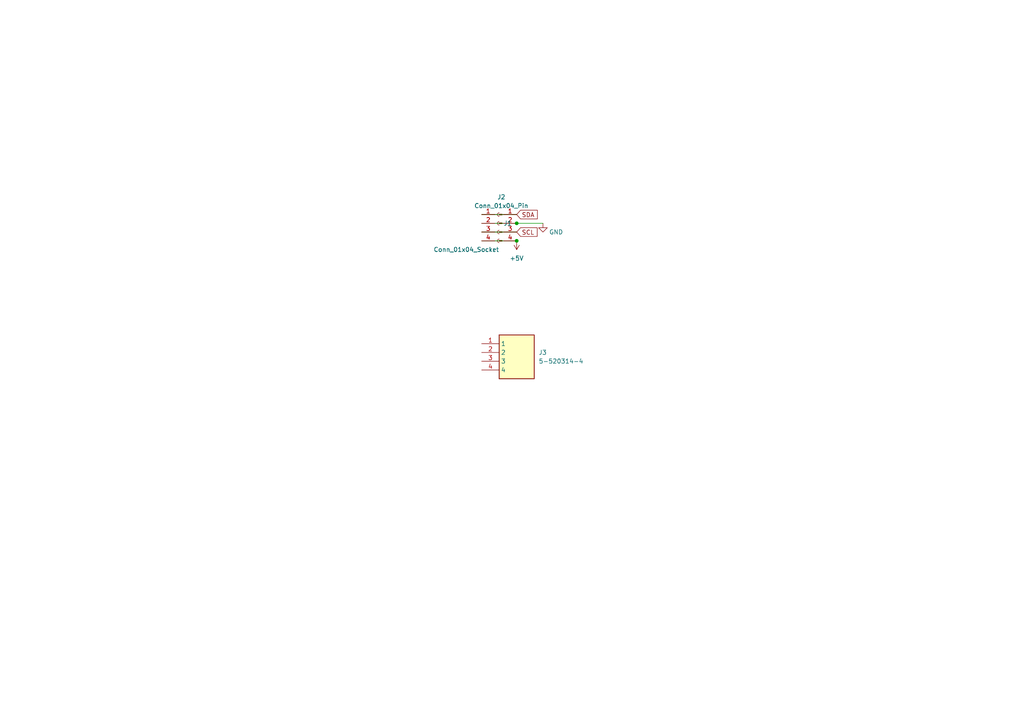
<source format=kicad_sch>
(kicad_sch (version 20231120) (generator "eeschema") (generator_version "8.0")
  (paper "A4")
  (lib_symbols
    (symbol "Connector:Conn_01x04_Pin" (pin_names (offset 1.016) hide)
      (property "Reference" "J" (at 0 5.08 0))
      (property "Value" "Conn_01x04_Pin" (at 0 -7.62 0))
      (symbol "Conn_01x04_Pin_1_1"
        (polyline (pts (xy 1.27 -5.08) (xy 0.8636 -5.08)) (stroke (width 0.1524)))
        (polyline (pts (xy 1.27 -2.54) (xy 0.8636 -2.54)) (stroke (width 0.1524)))
        (polyline (pts (xy 1.27 0) (xy 0.8636 0)) (stroke (width 0.1524)))
        (polyline (pts (xy 1.27 2.54) (xy 0.8636 2.54)) (stroke (width 0.1524)))
        (rectangle (start 0.8636 -4.953) (end 0 -5.207) (stroke (width 0.1524)) (fill (type outline)))
        (rectangle (start 0.8636 -2.413) (end 0 -2.667) (stroke (width 0.1524)) (fill (type outline)))
        (rectangle (start 0.8636 0.127) (end 0 -0.127) (stroke (width 0.1524)) (fill (type outline)))
        (rectangle (start 0.8636 2.667) (end 0 2.413) (stroke (width 0.1524)) (fill (type outline)))
        (pin passive line (at 5.08 2.54 180) (length 3.81) (name "Pin_1") (number "1"))
        (pin passive line (at 5.08 0 180) (length 3.81) (name "Pin_2") (number "2"))
        (pin passive line (at 5.08 -2.54 180) (length 3.81) (name "Pin_3") (number "3"))
        (pin passive line (at 5.08 -5.08 180) (length 3.81) (name "Pin_4") (number "4"))
      )
    )
    (symbol "Connector:Conn_01x04_Socket" (pin_names (offset 1.016) hide)
      (property "Reference" "J" (at 0 5.08 0))
      (property "Value" "Conn_01x04_Socket" (at 0 -7.62 0))
      (symbol "Conn_01x04_Socket_1_1"
        (arc (start 0 -4.572) (mid -0.5058 -5.08) (end 0 -5.588) (stroke (width 0.1524)))
        (arc (start 0 -2.032) (mid -0.5058 -2.54) (end 0 -3.048) (stroke (width 0.1524)))
        (polyline (pts (xy -1.27 -5.08) (xy -0.508 -5.08)) (stroke (width 0.1524)))
        (polyline (pts (xy -1.27 -2.54) (xy -0.508 -2.54)) (stroke (width 0.1524)))
        (polyline (pts (xy -1.27 0) (xy -0.508 0)) (stroke (width 0.1524)))
        (polyline (pts (xy -1.27 2.54) (xy -0.508 2.54)) (stroke (width 0.1524)))
        (arc (start 0 0.508) (mid -0.5058 0) (end 0 -0.508) (stroke (width 0.1524)))
        (arc (start 0 3.048) (mid -0.5058 2.54) (end 0 2.032) (stroke (width 0.1524)))
        (pin passive line (at -5.08 2.54 0) (length 3.81) (name "Pin_1") (number "1"))
        (pin passive line (at -5.08 0 0) (length 3.81) (name "Pin_2") (number "2"))
        (pin passive line (at -5.08 -2.54 0) (length 3.81) (name "Pin_3") (number "3"))
        (pin passive line (at -5.08 -5.08 0) (length 3.81) (name "Pin_4") (number "4"))
      )
    )
    (symbol "Samacsys:5-520314-4"
      (property "Reference" "J" (at 16.51 7.62 0))
      (property "Value" "5-520314-4" (at 16.51 5.08 0))
      (symbol "5-520314-4_1_1"
        (rectangle (start 5.08 2.54) (end 15.24 -10.16) (stroke (width 0.254)) (fill (type background)))
        (pin passive line (at 0 0 0) (length 5.08) (name "1") (number "1"))
        (pin passive line (at 0 -2.54 0) (length 5.08) (name "2") (number "2"))
        (pin passive line (at 0 -5.08 0) (length 5.08) (name "3") (number "3"))
        (pin passive line (at 0 -7.62 0) (length 5.08) (name "4") (number "4"))
      )
    )
    (symbol "power:+5V" (power) (pin_names (offset 0))
      (property "Value" "+5V" (at 0 3.556 0))
      (symbol "+5V_0_1"
        (polyline (pts (xy -0.762 1.27) (xy 0 2.54)))
        (polyline (pts (xy 0 0) (xy 0 2.54)))
        (polyline (pts (xy 0 2.54) (xy 0.762 1.27)))
      )
      (symbol "+5V_1_1"
        (pin power_in line (at 0 0 90) (length 0) hide (name "+5V") (number "1"))
      )
    )
    (symbol "power:GND" (power) (pin_names (offset 0))
      (property "Value" "GND" (at 0 -3.81 0))
      (symbol "GND_0_1"
        (polyline (pts (xy 0 0) (xy 0 -1.27) (xy 1.27 -1.27) (xy 0 -2.54) (xy -1.27 -1.27) (xy 0 -1.27)))
      )
      (symbol "GND_1_1"
        (pin power_in line (at 0 0 270) (length 0) hide (name "GND") (number "1"))
      )
    )
  )
  (junction (at 149.86 64.77))
  (junction (at 149.86 69.85))
  (wire (pts (xy 139.7 67.31) (xy 149.86 67.31)))
  (wire (pts (xy 139.7 64.77) (xy 149.86 64.77)))
  (wire (pts (xy 149.86 64.77) (xy 157.48 64.77)))
  (wire (pts (xy 139.7 62.23) (xy 149.86 62.23)))
  (wire (pts (xy 139.7 69.85) (xy 149.86 69.85)))
  (global_label "SCL" (shape input) (at 149.86 67.31 0) (property "Intersheetrefs" "${INTERSHEET_REFS}" (effects (hide yes))))
  (global_label "SDA" (shape input) (at 149.86 62.23 0) (property "Intersheetrefs" "${INTERSHEET_REFS}" (effects (hide yes))))
  (symbol (lib_id "power:GND") (at 157.48 64.77 0) (unit 1)
    (property "Reference" "#PWR01" (effects (hide yes)))
    (property "Value" "GND" (at 161.29 67.31 0))
  )
  (symbol (lib_id "Samacsys:5-520314-4") (at 139.7 99.695 0) (unit 1)
    (property "Reference" "J3" (at 156.21 102.235 0) (effects (justify left)))
    (property "Value" "5-520314-4" (at 156.21 104.775 0) (effects (justify left)))
    (property "Footprint" "Samacsys:55203144" (effects (hide yes)))
    (property "Datasheet" "https://www.te.com/commerce/DocumentDelivery/DDEController?Action=srchrtrv&DocNm=520314&DocType=Customer+Drawing&DocLang=English" (effects (hide yes)))
    (property "Height" "4.83" (effects (hide yes)))
    (property "Mouser Part Number" "571-5-520314-4" (effects (hide yes)))
    (property "Mouser Price/Stock" "https://www.mouser.co.uk/ProductDetail/TE-Connectivity/5-520314-4/?qs=VZ9FDhhp7SkZOZCxS2NvEQ%3D%3D" (effects (hide yes)))
    (property "Manufacturer_Name" "TE Connectivity" (effects (hide yes)))
    (property "Manufacturer_Part_Number" "5-520314-4" (effects (hide yes)))
  )
  (symbol (lib_id "Connector:Conn_01x04_Pin") (at 144.78 64.77 0) (unit 1)
    (property "Reference" "J2" (at 145.415 57.15 0))
    (property "Value" "Conn_01x04_Pin" (at 145.415 59.69 0))
    (property "Footprint" "1 Zeke:4x 0.1 SMT pad" (effects (hide yes)))
  )
  (symbol (lib_id "power:+5V") (at 149.86 69.85 0) (mirror x) (unit 1)
    (property "Reference" "#PWR02" (effects (hide yes)))
    (property "Value" "+5V" (at 149.86 74.93 0))
  )
  (symbol (lib_id "Connector:Conn_01x04_Socket") (at 144.78 64.77 0) (unit 1)
    (property "Reference" "J1" (at 146.05 64.77 0) (effects (justify left)))
    (property "Value" "Conn_01x04_Socket" (at 125.73 72.39 0) (effects (justify left)))
    (property "Footprint" "1 Zeke:Circle board" (effects (hide yes)))
  )
)
</source>
